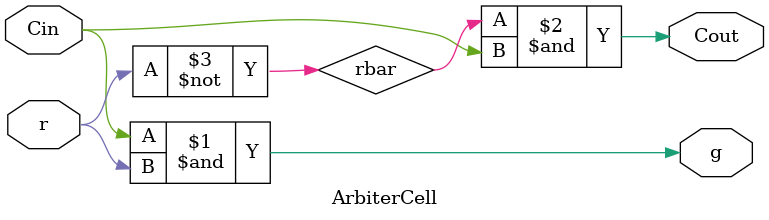
<source format=sv>
module Arbiter(clock, reset, r, g);
    input clock, reset;
    input [0:7]  r;
    output logic [0:7] g;

    logic [0:7] g_out;

    ArbiterN #(.n(8)) arbitern (.r(r), .g(g_out));
    always_ff @(posedge clock) begin
        if (reset) begin
            g <= '0;
        end else begin
            g <= g_out;
        end
    end
endmodule

module ArbiterN(r,g);
    parameter n = 8;
    input [0:n-1] r;
    output [0:n-1] g;
    wire [0:n] c;
    genvar i;
    assign c[0] = '1;
    generate
        for(i = 0; i < n; i = i + 1) begin:Arbiter
            ArbiterCell arbitercell (r[i],c[i],g[i],c[i+1]);
        end
	endgenerate	
endmodule

module ArbiterCell(r,Cin,g,Cout);
    input r, Cin;
    output g, Cout;
    wire rbar;
    not
        u1a(rbar,r);
    and
        u2a(g, Cin, r),
        u2b(Cout, rbar, Cin);
endmodule

</source>
